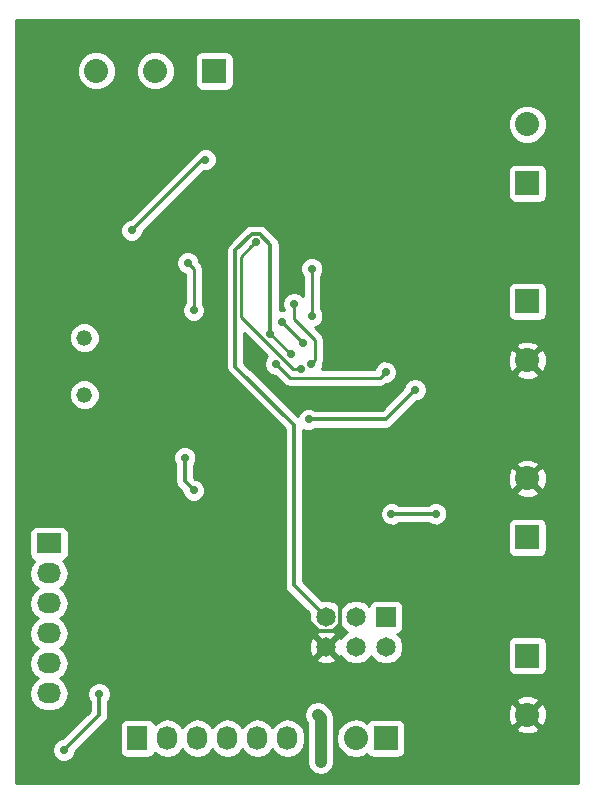
<source format=gbl>
G04 #@! TF.FileFunction,Copper,L2,Bot,Signal*
%FSLAX46Y46*%
G04 Gerber Fmt 4.6, Leading zero omitted, Abs format (unit mm)*
G04 Created by KiCad (PCBNEW 4.0.2+dfsg1-stable) date ti. 12. des. 2017 kl. 16.44 +0100*
%MOMM*%
G01*
G04 APERTURE LIST*
%ADD10C,0.100000*%
%ADD11R,1.651000X1.651000*%
%ADD12C,1.651000*%
%ADD13R,2.032000X2.032000*%
%ADD14C,2.032000*%
%ADD15R,2.032000X1.727200*%
%ADD16O,2.032000X1.727200*%
%ADD17O,2.032000X2.032000*%
%ADD18R,1.727200X2.032000*%
%ADD19O,1.727200X2.032000*%
%ADD20C,1.320800*%
%ADD21C,0.700000*%
%ADD22C,0.300000*%
%ADD23C,0.250000*%
%ADD24C,1.000000*%
%ADD25C,0.254000*%
G04 APERTURE END LIST*
D10*
D11*
X168040000Y-119230000D03*
D12*
X165500000Y-119230000D03*
X162960000Y-119230000D03*
X162960000Y-121770000D03*
X165500000Y-121770000D03*
X168040000Y-121770000D03*
D13*
X180000000Y-82499360D03*
D14*
X180000000Y-77500640D03*
D13*
X180000000Y-112499360D03*
D14*
X180000000Y-107500640D03*
D13*
X180000000Y-92500640D03*
D14*
X180000000Y-97499360D03*
D13*
X180000000Y-122500640D03*
D14*
X180000000Y-127499360D03*
D13*
X153498720Y-73000000D03*
D14*
X148500000Y-73000000D03*
X143501280Y-73000000D03*
D15*
X139500000Y-113000000D03*
D16*
X139500000Y-115540000D03*
X139500000Y-118080000D03*
X139500000Y-120620000D03*
X139500000Y-123160000D03*
X139500000Y-125700000D03*
D13*
X168000000Y-129500000D03*
D17*
X165460000Y-129500000D03*
D18*
X147000000Y-129500000D03*
D19*
X149540000Y-129500000D03*
X152080000Y-129500000D03*
X154620000Y-129500000D03*
X157160000Y-129500000D03*
X159700000Y-129500000D03*
D20*
X142500000Y-95587000D03*
X142500000Y-100413000D03*
D21*
X150909265Y-84655615D03*
X154250000Y-98500000D03*
X166000000Y-105000000D03*
X149250000Y-86750000D03*
X150000000Y-95750000D03*
X153500000Y-105000000D03*
X153500000Y-103250000D03*
X160500000Y-81000000D03*
X149250000Y-109250000D03*
X160000000Y-97000000D03*
X158250000Y-95250000D03*
X172250000Y-110500000D03*
X168500000Y-110500000D03*
X152750000Y-80500000D03*
X146500000Y-86500000D03*
X140750000Y-130500000D03*
X143750000Y-125750000D03*
X151750000Y-108500000D03*
X151000000Y-105750000D03*
X162500000Y-131500000D03*
X162250000Y-127500000D03*
X161000000Y-96000000D03*
X159250000Y-94250000D03*
X161698880Y-97801120D03*
X160250000Y-92716878D03*
X160826230Y-98250000D03*
X157000000Y-87500000D03*
X161500000Y-102500000D03*
X170500000Y-100000000D03*
X158713500Y-97811820D03*
X168000000Y-98500000D03*
X151250000Y-89250000D03*
X151750000Y-93250000D03*
X161750000Y-93750000D03*
X161750000Y-89750000D03*
D22*
X150909265Y-85090735D02*
X150909265Y-84655615D01*
X149250000Y-86750000D02*
X150909265Y-85090735D01*
X149650001Y-96099999D02*
X149650001Y-98500000D01*
X149650001Y-98500000D02*
X149650001Y-100400001D01*
X154250000Y-98500000D02*
X149650001Y-98500000D01*
X166000000Y-105000000D02*
X164135501Y-106864499D01*
X164135501Y-106864499D02*
X164135501Y-119794241D01*
X164135501Y-119794241D02*
X163524241Y-120405501D01*
X163524241Y-120405501D02*
X162395759Y-120405501D01*
X162395759Y-120405501D02*
X153500000Y-111509742D01*
X153500000Y-111509742D02*
X153500000Y-105494974D01*
X153500000Y-105494974D02*
X153500000Y-105000000D01*
X150000000Y-95750000D02*
X149650001Y-96099999D01*
X149650001Y-100400001D02*
X152500000Y-103250000D01*
X152500000Y-105000000D02*
X152500000Y-103250000D01*
X153500000Y-105000000D02*
X152500000Y-105000000D01*
X153500000Y-103250000D02*
X152500000Y-103250000D01*
X160500000Y-81000000D02*
X160150001Y-81349999D01*
D23*
X149250000Y-109250000D02*
X149250000Y-109500000D01*
D22*
X160250000Y-103000000D02*
X155274990Y-98024990D01*
X155274990Y-98024990D02*
X155274990Y-88189008D01*
X155274990Y-88189008D02*
X156663999Y-86799999D01*
X156663999Y-86799999D02*
X157336001Y-86799999D01*
X157336001Y-86799999D02*
X158250000Y-87713998D01*
X158250000Y-87713998D02*
X158250000Y-94755026D01*
X158250000Y-94755026D02*
X158250000Y-95250000D01*
X160250000Y-116520000D02*
X160250000Y-103000000D01*
X162960000Y-119230000D02*
X160250000Y-116520000D01*
D23*
X158250000Y-95250000D02*
X160000000Y-97000000D01*
D22*
X168500000Y-110500000D02*
X172250000Y-110500000D01*
X146500000Y-86500000D02*
X152500000Y-80500000D01*
X152500000Y-80500000D02*
X152750000Y-80500000D01*
X143750000Y-125750000D02*
X143750000Y-127500000D01*
X143750000Y-127500000D02*
X140750000Y-130500000D01*
X151000000Y-105750000D02*
X151000000Y-107750000D01*
X151000000Y-107750000D02*
X151750000Y-108500000D01*
D24*
X162500000Y-131500000D02*
X162500000Y-127750000D01*
X162500000Y-127750000D02*
X162250000Y-127500000D01*
D23*
X159250000Y-94250000D02*
X161000000Y-96000000D01*
X161698880Y-97801120D02*
X161750000Y-97750000D01*
X161750000Y-97750000D02*
X162000000Y-97500000D01*
X162000000Y-95750000D02*
X162000000Y-97500000D01*
X160250000Y-94000000D02*
X162000000Y-95750000D01*
X160250000Y-94000000D02*
X160250000Y-92716878D01*
X155750000Y-88750000D02*
X155750000Y-93823002D01*
X155750000Y-93823002D02*
X160176998Y-98250000D01*
X160176998Y-98250000D02*
X160826230Y-98250000D01*
X156650001Y-87849999D02*
X155750000Y-88750000D01*
X157000000Y-87500000D02*
X156650001Y-87849999D01*
D22*
X170500000Y-100000000D02*
X168000000Y-102500000D01*
X168000000Y-102500000D02*
X161500000Y-102500000D01*
D23*
X168000000Y-98500000D02*
X167524999Y-98975001D01*
X167524999Y-98975001D02*
X159876681Y-98975001D01*
X159876681Y-98975001D02*
X158713500Y-97811820D01*
X151750000Y-93250000D02*
X151750000Y-89750000D01*
X151750000Y-89750000D02*
X151250000Y-89250000D01*
X161750000Y-89750000D02*
X161750000Y-93750000D01*
D25*
G36*
X184315000Y-133315000D02*
X136685000Y-133315000D01*
X136685000Y-130695069D01*
X139764830Y-130695069D01*
X139914471Y-131057229D01*
X140191314Y-131334555D01*
X140553212Y-131484828D01*
X140945069Y-131485170D01*
X141307229Y-131335529D01*
X141584555Y-131058686D01*
X141734828Y-130696788D01*
X141734890Y-130625268D01*
X143876158Y-128484000D01*
X145488960Y-128484000D01*
X145488960Y-130516000D01*
X145533238Y-130751317D01*
X145672310Y-130967441D01*
X145884510Y-131112431D01*
X146136400Y-131163440D01*
X147863600Y-131163440D01*
X148098917Y-131119162D01*
X148315041Y-130980090D01*
X148460031Y-130767890D01*
X148468400Y-130726561D01*
X148480330Y-130744415D01*
X148966511Y-131069271D01*
X149540000Y-131183345D01*
X150113489Y-131069271D01*
X150599670Y-130744415D01*
X150810000Y-130429634D01*
X151020330Y-130744415D01*
X151506511Y-131069271D01*
X152080000Y-131183345D01*
X152653489Y-131069271D01*
X153139670Y-130744415D01*
X153350000Y-130429634D01*
X153560330Y-130744415D01*
X154046511Y-131069271D01*
X154620000Y-131183345D01*
X155193489Y-131069271D01*
X155679670Y-130744415D01*
X155890000Y-130429634D01*
X156100330Y-130744415D01*
X156586511Y-131069271D01*
X157160000Y-131183345D01*
X157733489Y-131069271D01*
X158219670Y-130744415D01*
X158430000Y-130429634D01*
X158640330Y-130744415D01*
X159126511Y-131069271D01*
X159700000Y-131183345D01*
X160273489Y-131069271D01*
X160759670Y-130744415D01*
X161084526Y-130258234D01*
X161198600Y-129684745D01*
X161198600Y-129315255D01*
X161084526Y-128741766D01*
X160759670Y-128255585D01*
X160273489Y-127930729D01*
X159700000Y-127816655D01*
X159126511Y-127930729D01*
X158640330Y-128255585D01*
X158430000Y-128570366D01*
X158219670Y-128255585D01*
X157733489Y-127930729D01*
X157160000Y-127816655D01*
X156586511Y-127930729D01*
X156100330Y-128255585D01*
X155890000Y-128570366D01*
X155679670Y-128255585D01*
X155193489Y-127930729D01*
X154620000Y-127816655D01*
X154046511Y-127930729D01*
X153560330Y-128255585D01*
X153350000Y-128570366D01*
X153139670Y-128255585D01*
X152653489Y-127930729D01*
X152080000Y-127816655D01*
X151506511Y-127930729D01*
X151020330Y-128255585D01*
X150810000Y-128570366D01*
X150599670Y-128255585D01*
X150113489Y-127930729D01*
X149540000Y-127816655D01*
X148966511Y-127930729D01*
X148480330Y-128255585D01*
X148470757Y-128269913D01*
X148466762Y-128248683D01*
X148327690Y-128032559D01*
X148115490Y-127887569D01*
X147863600Y-127836560D01*
X146136400Y-127836560D01*
X145901083Y-127880838D01*
X145684959Y-128019910D01*
X145539969Y-128232110D01*
X145488960Y-128484000D01*
X143876158Y-128484000D01*
X144305079Y-128055079D01*
X144475245Y-127800406D01*
X144535000Y-127500000D01*
X161115000Y-127500000D01*
X161201397Y-127934345D01*
X161365000Y-128179195D01*
X161365000Y-131500000D01*
X161451397Y-131934346D01*
X161697434Y-132302566D01*
X162065654Y-132548603D01*
X162500000Y-132635000D01*
X162934346Y-132548603D01*
X163302566Y-132302566D01*
X163548603Y-131934346D01*
X163635000Y-131500000D01*
X163635000Y-129467655D01*
X163809000Y-129467655D01*
X163809000Y-129532345D01*
X163934675Y-130164155D01*
X164292567Y-130699778D01*
X164828190Y-131057670D01*
X165460000Y-131183345D01*
X166091810Y-131057670D01*
X166431792Y-130830501D01*
X166519910Y-130967441D01*
X166732110Y-131112431D01*
X166984000Y-131163440D01*
X169016000Y-131163440D01*
X169251317Y-131119162D01*
X169467441Y-130980090D01*
X169612431Y-130767890D01*
X169663440Y-130516000D01*
X169663440Y-128663467D01*
X179015498Y-128663467D01*
X179116120Y-128931982D01*
X179731642Y-129161176D01*
X180388019Y-129137374D01*
X180883880Y-128931982D01*
X180984502Y-128663467D01*
X180000000Y-127678965D01*
X179015498Y-128663467D01*
X169663440Y-128663467D01*
X169663440Y-128484000D01*
X169619162Y-128248683D01*
X169480090Y-128032559D01*
X169267890Y-127887569D01*
X169016000Y-127836560D01*
X166984000Y-127836560D01*
X166748683Y-127880838D01*
X166532559Y-128019910D01*
X166430802Y-128168837D01*
X166091810Y-127942330D01*
X165460000Y-127816655D01*
X164828190Y-127942330D01*
X164292567Y-128300222D01*
X163934675Y-128835845D01*
X163809000Y-129467655D01*
X163635000Y-129467655D01*
X163635000Y-127750000D01*
X163548603Y-127315654D01*
X163492041Y-127231002D01*
X178338184Y-127231002D01*
X178361986Y-127887379D01*
X178567378Y-128383240D01*
X178835893Y-128483862D01*
X179820395Y-127499360D01*
X180179605Y-127499360D01*
X181164107Y-128483862D01*
X181432622Y-128383240D01*
X181661816Y-127767718D01*
X181638014Y-127111341D01*
X181432622Y-126615480D01*
X181164107Y-126514858D01*
X180179605Y-127499360D01*
X179820395Y-127499360D01*
X178835893Y-126514858D01*
X178567378Y-126615480D01*
X178338184Y-127231002D01*
X163492041Y-127231002D01*
X163302566Y-126947434D01*
X163052566Y-126697434D01*
X162684345Y-126451397D01*
X162250000Y-126365000D01*
X161815655Y-126451397D01*
X161447434Y-126697434D01*
X161201397Y-127065655D01*
X161115000Y-127500000D01*
X144535000Y-127500000D01*
X144535000Y-126358155D01*
X144557941Y-126335253D01*
X179015498Y-126335253D01*
X180000000Y-127319755D01*
X180984502Y-126335253D01*
X180883880Y-126066738D01*
X180268358Y-125837544D01*
X179611981Y-125861346D01*
X179116120Y-126066738D01*
X179015498Y-126335253D01*
X144557941Y-126335253D01*
X144584555Y-126308686D01*
X144734828Y-125946788D01*
X144735170Y-125554931D01*
X144585529Y-125192771D01*
X144308686Y-124915445D01*
X143946788Y-124765172D01*
X143554931Y-124764830D01*
X143192771Y-124914471D01*
X142915445Y-125191314D01*
X142765172Y-125553212D01*
X142764830Y-125945069D01*
X142914471Y-126307229D01*
X142965000Y-126357846D01*
X142965000Y-127174842D01*
X140624951Y-129514891D01*
X140554931Y-129514830D01*
X140192771Y-129664471D01*
X139915445Y-129941314D01*
X139765172Y-130303212D01*
X139764830Y-130695069D01*
X136685000Y-130695069D01*
X136685000Y-115540000D01*
X137816655Y-115540000D01*
X137930729Y-116113489D01*
X138255585Y-116599670D01*
X138570366Y-116810000D01*
X138255585Y-117020330D01*
X137930729Y-117506511D01*
X137816655Y-118080000D01*
X137930729Y-118653489D01*
X138255585Y-119139670D01*
X138570366Y-119350000D01*
X138255585Y-119560330D01*
X137930729Y-120046511D01*
X137816655Y-120620000D01*
X137930729Y-121193489D01*
X138255585Y-121679670D01*
X138570366Y-121890000D01*
X138255585Y-122100330D01*
X137930729Y-122586511D01*
X137816655Y-123160000D01*
X137930729Y-123733489D01*
X138255585Y-124219670D01*
X138570366Y-124430000D01*
X138255585Y-124640330D01*
X137930729Y-125126511D01*
X137816655Y-125700000D01*
X137930729Y-126273489D01*
X138255585Y-126759670D01*
X138741766Y-127084526D01*
X139315255Y-127198600D01*
X139684745Y-127198600D01*
X140258234Y-127084526D01*
X140744415Y-126759670D01*
X141069271Y-126273489D01*
X141183345Y-125700000D01*
X141069271Y-125126511D01*
X140744415Y-124640330D01*
X140429634Y-124430000D01*
X140744415Y-124219670D01*
X141069271Y-123733489D01*
X141183345Y-123160000D01*
X141110984Y-122796215D01*
X162113390Y-122796215D01*
X162190656Y-123044976D01*
X162737131Y-123242340D01*
X163317535Y-123215553D01*
X163729344Y-123044976D01*
X163806610Y-122796215D01*
X162960000Y-121949605D01*
X162113390Y-122796215D01*
X141110984Y-122796215D01*
X141069271Y-122586511D01*
X140744415Y-122100330D01*
X140429634Y-121890000D01*
X140744415Y-121679670D01*
X140832974Y-121547131D01*
X161487660Y-121547131D01*
X161514447Y-122127535D01*
X161685024Y-122539344D01*
X161933785Y-122616610D01*
X162780395Y-121770000D01*
X161933785Y-120923390D01*
X161685024Y-121000656D01*
X161487660Y-121547131D01*
X140832974Y-121547131D01*
X141069271Y-121193489D01*
X141183345Y-120620000D01*
X141069271Y-120046511D01*
X140744415Y-119560330D01*
X140429634Y-119350000D01*
X140744415Y-119139670D01*
X141069271Y-118653489D01*
X141183345Y-118080000D01*
X141069271Y-117506511D01*
X140744415Y-117020330D01*
X140429634Y-116810000D01*
X140744415Y-116599670D01*
X141069271Y-116113489D01*
X141183345Y-115540000D01*
X141069271Y-114966511D01*
X140744415Y-114480330D01*
X140730087Y-114470757D01*
X140751317Y-114466762D01*
X140967441Y-114327690D01*
X141112431Y-114115490D01*
X141163440Y-113863600D01*
X141163440Y-112136400D01*
X141119162Y-111901083D01*
X140980090Y-111684959D01*
X140767890Y-111539969D01*
X140516000Y-111488960D01*
X138484000Y-111488960D01*
X138248683Y-111533238D01*
X138032559Y-111672310D01*
X137887569Y-111884510D01*
X137836560Y-112136400D01*
X137836560Y-113863600D01*
X137880838Y-114098917D01*
X138019910Y-114315041D01*
X138232110Y-114460031D01*
X138273439Y-114468400D01*
X138255585Y-114480330D01*
X137930729Y-114966511D01*
X137816655Y-115540000D01*
X136685000Y-115540000D01*
X136685000Y-105945069D01*
X150014830Y-105945069D01*
X150164471Y-106307229D01*
X150215000Y-106357846D01*
X150215000Y-107750000D01*
X150274755Y-108050407D01*
X150444921Y-108305079D01*
X150764891Y-108625049D01*
X150764830Y-108695069D01*
X150914471Y-109057229D01*
X151191314Y-109334555D01*
X151553212Y-109484828D01*
X151945069Y-109485170D01*
X152307229Y-109335529D01*
X152584555Y-109058686D01*
X152734828Y-108696788D01*
X152735170Y-108304931D01*
X152585529Y-107942771D01*
X152308686Y-107665445D01*
X151946788Y-107515172D01*
X151875268Y-107515110D01*
X151785000Y-107424842D01*
X151785000Y-106358155D01*
X151834555Y-106308686D01*
X151984828Y-105946788D01*
X151985170Y-105554931D01*
X151835529Y-105192771D01*
X151558686Y-104915445D01*
X151196788Y-104765172D01*
X150804931Y-104764830D01*
X150442771Y-104914471D01*
X150165445Y-105191314D01*
X150015172Y-105553212D01*
X150014830Y-105945069D01*
X136685000Y-105945069D01*
X136685000Y-100669540D01*
X141204376Y-100669540D01*
X141401173Y-101145826D01*
X141765257Y-101510546D01*
X142241199Y-101708174D01*
X142756540Y-101708624D01*
X143232826Y-101511827D01*
X143597546Y-101147743D01*
X143795174Y-100671801D01*
X143795624Y-100156460D01*
X143598827Y-99680174D01*
X143234743Y-99315454D01*
X142758801Y-99117826D01*
X142243460Y-99117376D01*
X141767174Y-99314173D01*
X141402454Y-99678257D01*
X141204826Y-100154199D01*
X141204376Y-100669540D01*
X136685000Y-100669540D01*
X136685000Y-95843540D01*
X141204376Y-95843540D01*
X141401173Y-96319826D01*
X141765257Y-96684546D01*
X142241199Y-96882174D01*
X142756540Y-96882624D01*
X143232826Y-96685827D01*
X143597546Y-96321743D01*
X143795174Y-95845801D01*
X143795624Y-95330460D01*
X143598827Y-94854174D01*
X143234743Y-94489454D01*
X142758801Y-94291826D01*
X142243460Y-94291376D01*
X141767174Y-94488173D01*
X141402454Y-94852257D01*
X141204826Y-95328199D01*
X141204376Y-95843540D01*
X136685000Y-95843540D01*
X136685000Y-89445069D01*
X150264830Y-89445069D01*
X150414471Y-89807229D01*
X150691314Y-90084555D01*
X150990000Y-90208580D01*
X150990000Y-92616889D01*
X150915445Y-92691314D01*
X150765172Y-93053212D01*
X150764830Y-93445069D01*
X150914471Y-93807229D01*
X151191314Y-94084555D01*
X151553212Y-94234828D01*
X151945069Y-94235170D01*
X152307229Y-94085529D01*
X152584555Y-93808686D01*
X152734828Y-93446788D01*
X152735170Y-93054931D01*
X152585529Y-92692771D01*
X152510000Y-92617110D01*
X152510000Y-89750000D01*
X152452148Y-89459161D01*
X152287401Y-89212599D01*
X152235078Y-89160276D01*
X152235170Y-89054931D01*
X152085529Y-88692771D01*
X151808686Y-88415445D01*
X151446788Y-88265172D01*
X151054931Y-88264830D01*
X150692771Y-88414471D01*
X150415445Y-88691314D01*
X150265172Y-89053212D01*
X150264830Y-89445069D01*
X136685000Y-89445069D01*
X136685000Y-88189008D01*
X154489990Y-88189008D01*
X154489990Y-98024990D01*
X154549745Y-98325397D01*
X154719911Y-98580069D01*
X159465000Y-103325158D01*
X159465000Y-116520000D01*
X159524755Y-116820407D01*
X159694921Y-117075079D01*
X161516860Y-118897018D01*
X161499754Y-118938214D01*
X161499247Y-119519237D01*
X161721126Y-120056226D01*
X162131613Y-120467430D01*
X162194366Y-120493487D01*
X162190656Y-120495024D01*
X162113390Y-120743785D01*
X162960000Y-121590395D01*
X163806610Y-120743785D01*
X163729344Y-120495024D01*
X163725926Y-120493789D01*
X163786226Y-120468874D01*
X164197430Y-120058387D01*
X164229804Y-119980421D01*
X164261126Y-120056226D01*
X164671613Y-120467430D01*
X164749579Y-120499804D01*
X164673774Y-120531126D01*
X164262570Y-120941613D01*
X164236513Y-121004366D01*
X164234976Y-121000656D01*
X163986215Y-120923390D01*
X163139605Y-121770000D01*
X163986215Y-122616610D01*
X164234976Y-122539344D01*
X164236211Y-122535926D01*
X164261126Y-122596226D01*
X164671613Y-123007430D01*
X165208214Y-123230246D01*
X165789237Y-123230753D01*
X166326226Y-123008874D01*
X166737430Y-122598387D01*
X166769804Y-122520421D01*
X166801126Y-122596226D01*
X167211613Y-123007430D01*
X167748214Y-123230246D01*
X168329237Y-123230753D01*
X168866226Y-123008874D01*
X169277430Y-122598387D01*
X169500246Y-122061786D01*
X169500749Y-121484640D01*
X178336560Y-121484640D01*
X178336560Y-123516640D01*
X178380838Y-123751957D01*
X178519910Y-123968081D01*
X178732110Y-124113071D01*
X178984000Y-124164080D01*
X181016000Y-124164080D01*
X181251317Y-124119802D01*
X181467441Y-123980730D01*
X181612431Y-123768530D01*
X181663440Y-123516640D01*
X181663440Y-121484640D01*
X181619162Y-121249323D01*
X181480090Y-121033199D01*
X181267890Y-120888209D01*
X181016000Y-120837200D01*
X178984000Y-120837200D01*
X178748683Y-120881478D01*
X178532559Y-121020550D01*
X178387569Y-121232750D01*
X178336560Y-121484640D01*
X169500749Y-121484640D01*
X169500753Y-121480763D01*
X169278874Y-120943774D01*
X169011109Y-120675542D01*
X169100817Y-120658662D01*
X169316941Y-120519590D01*
X169461931Y-120307390D01*
X169512940Y-120055500D01*
X169512940Y-118404500D01*
X169468662Y-118169183D01*
X169329590Y-117953059D01*
X169117390Y-117808069D01*
X168865500Y-117757060D01*
X167214500Y-117757060D01*
X166979183Y-117801338D01*
X166763059Y-117940410D01*
X166618069Y-118152610D01*
X166596158Y-118260809D01*
X166328387Y-117992570D01*
X165791786Y-117769754D01*
X165210763Y-117769247D01*
X164673774Y-117991126D01*
X164262570Y-118401613D01*
X164230196Y-118479579D01*
X164198874Y-118403774D01*
X163788387Y-117992570D01*
X163251786Y-117769754D01*
X162670763Y-117769247D01*
X162627345Y-117787187D01*
X161035000Y-116194842D01*
X161035000Y-110695069D01*
X167514830Y-110695069D01*
X167664471Y-111057229D01*
X167941314Y-111334555D01*
X168303212Y-111484828D01*
X168695069Y-111485170D01*
X169057229Y-111335529D01*
X169107846Y-111285000D01*
X171641845Y-111285000D01*
X171691314Y-111334555D01*
X172053212Y-111484828D01*
X172445069Y-111485170D01*
X172449449Y-111483360D01*
X178336560Y-111483360D01*
X178336560Y-113515360D01*
X178380838Y-113750677D01*
X178519910Y-113966801D01*
X178732110Y-114111791D01*
X178984000Y-114162800D01*
X181016000Y-114162800D01*
X181251317Y-114118522D01*
X181467441Y-113979450D01*
X181612431Y-113767250D01*
X181663440Y-113515360D01*
X181663440Y-111483360D01*
X181619162Y-111248043D01*
X181480090Y-111031919D01*
X181267890Y-110886929D01*
X181016000Y-110835920D01*
X178984000Y-110835920D01*
X178748683Y-110880198D01*
X178532559Y-111019270D01*
X178387569Y-111231470D01*
X178336560Y-111483360D01*
X172449449Y-111483360D01*
X172807229Y-111335529D01*
X173084555Y-111058686D01*
X173234828Y-110696788D01*
X173235170Y-110304931D01*
X173085529Y-109942771D01*
X172808686Y-109665445D01*
X172446788Y-109515172D01*
X172054931Y-109514830D01*
X171692771Y-109664471D01*
X171642154Y-109715000D01*
X169108155Y-109715000D01*
X169058686Y-109665445D01*
X168696788Y-109515172D01*
X168304931Y-109514830D01*
X167942771Y-109664471D01*
X167665445Y-109941314D01*
X167515172Y-110303212D01*
X167514830Y-110695069D01*
X161035000Y-110695069D01*
X161035000Y-108664747D01*
X179015498Y-108664747D01*
X179116120Y-108933262D01*
X179731642Y-109162456D01*
X180388019Y-109138654D01*
X180883880Y-108933262D01*
X180984502Y-108664747D01*
X180000000Y-107680245D01*
X179015498Y-108664747D01*
X161035000Y-108664747D01*
X161035000Y-107232282D01*
X178338184Y-107232282D01*
X178361986Y-107888659D01*
X178567378Y-108384520D01*
X178835893Y-108485142D01*
X179820395Y-107500640D01*
X180179605Y-107500640D01*
X181164107Y-108485142D01*
X181432622Y-108384520D01*
X181661816Y-107768998D01*
X181638014Y-107112621D01*
X181432622Y-106616760D01*
X181164107Y-106516138D01*
X180179605Y-107500640D01*
X179820395Y-107500640D01*
X178835893Y-106516138D01*
X178567378Y-106616760D01*
X178338184Y-107232282D01*
X161035000Y-107232282D01*
X161035000Y-106336533D01*
X179015498Y-106336533D01*
X180000000Y-107321035D01*
X180984502Y-106336533D01*
X180883880Y-106068018D01*
X180268358Y-105838824D01*
X179611981Y-105862626D01*
X179116120Y-106068018D01*
X179015498Y-106336533D01*
X161035000Y-106336533D01*
X161035000Y-103373457D01*
X161303212Y-103484828D01*
X161695069Y-103485170D01*
X162057229Y-103335529D01*
X162107846Y-103285000D01*
X168000000Y-103285000D01*
X168300407Y-103225245D01*
X168555079Y-103055079D01*
X170625049Y-100985109D01*
X170695069Y-100985170D01*
X171057229Y-100835529D01*
X171334555Y-100558686D01*
X171484828Y-100196788D01*
X171485170Y-99804931D01*
X171335529Y-99442771D01*
X171058686Y-99165445D01*
X170696788Y-99015172D01*
X170304931Y-99014830D01*
X169942771Y-99164471D01*
X169665445Y-99441314D01*
X169515172Y-99803212D01*
X169515110Y-99874732D01*
X167674842Y-101715000D01*
X162108155Y-101715000D01*
X162058686Y-101665445D01*
X161696788Y-101515172D01*
X161304931Y-101514830D01*
X160942771Y-101664471D01*
X160665445Y-101941314D01*
X160558654Y-102198496D01*
X156059990Y-97699832D01*
X156059990Y-95207794D01*
X157992236Y-97140040D01*
X157878945Y-97253134D01*
X157728672Y-97615032D01*
X157728330Y-98006889D01*
X157877971Y-98369049D01*
X158154814Y-98646375D01*
X158516712Y-98796648D01*
X158623619Y-98796741D01*
X159339280Y-99512402D01*
X159585841Y-99677149D01*
X159876681Y-99735001D01*
X167524999Y-99735001D01*
X167815838Y-99677149D01*
X168062400Y-99512402D01*
X168089724Y-99485078D01*
X168195069Y-99485170D01*
X168557229Y-99335529D01*
X168834555Y-99058686D01*
X168984828Y-98696788D01*
X168984857Y-98663467D01*
X179015498Y-98663467D01*
X179116120Y-98931982D01*
X179731642Y-99161176D01*
X180388019Y-99137374D01*
X180883880Y-98931982D01*
X180984502Y-98663467D01*
X180000000Y-97678965D01*
X179015498Y-98663467D01*
X168984857Y-98663467D01*
X168985170Y-98304931D01*
X168835529Y-97942771D01*
X168558686Y-97665445D01*
X168196788Y-97515172D01*
X167804931Y-97514830D01*
X167442771Y-97664471D01*
X167165445Y-97941314D01*
X167051800Y-98215001D01*
X162593563Y-98215001D01*
X162683708Y-97997908D01*
X162683865Y-97818203D01*
X162702148Y-97790840D01*
X162760000Y-97500000D01*
X162760000Y-97231002D01*
X178338184Y-97231002D01*
X178361986Y-97887379D01*
X178567378Y-98383240D01*
X178835893Y-98483862D01*
X179820395Y-97499360D01*
X180179605Y-97499360D01*
X181164107Y-98483862D01*
X181432622Y-98383240D01*
X181661816Y-97767718D01*
X181638014Y-97111341D01*
X181432622Y-96615480D01*
X181164107Y-96514858D01*
X180179605Y-97499360D01*
X179820395Y-97499360D01*
X178835893Y-96514858D01*
X178567378Y-96615480D01*
X178338184Y-97231002D01*
X162760000Y-97231002D01*
X162760000Y-96335253D01*
X179015498Y-96335253D01*
X180000000Y-97319755D01*
X180984502Y-96335253D01*
X180883880Y-96066738D01*
X180268358Y-95837544D01*
X179611981Y-95861346D01*
X179116120Y-96066738D01*
X179015498Y-96335253D01*
X162760000Y-96335253D01*
X162760000Y-95750000D01*
X162702148Y-95459161D01*
X162537401Y-95212599D01*
X162026377Y-94701575D01*
X162307229Y-94585529D01*
X162584555Y-94308686D01*
X162734828Y-93946788D01*
X162735170Y-93554931D01*
X162585529Y-93192771D01*
X162510000Y-93117110D01*
X162510000Y-91484640D01*
X178336560Y-91484640D01*
X178336560Y-93516640D01*
X178380838Y-93751957D01*
X178519910Y-93968081D01*
X178732110Y-94113071D01*
X178984000Y-94164080D01*
X181016000Y-94164080D01*
X181251317Y-94119802D01*
X181467441Y-93980730D01*
X181612431Y-93768530D01*
X181663440Y-93516640D01*
X181663440Y-91484640D01*
X181619162Y-91249323D01*
X181480090Y-91033199D01*
X181267890Y-90888209D01*
X181016000Y-90837200D01*
X178984000Y-90837200D01*
X178748683Y-90881478D01*
X178532559Y-91020550D01*
X178387569Y-91232750D01*
X178336560Y-91484640D01*
X162510000Y-91484640D01*
X162510000Y-90383111D01*
X162584555Y-90308686D01*
X162734828Y-89946788D01*
X162735170Y-89554931D01*
X162585529Y-89192771D01*
X162308686Y-88915445D01*
X161946788Y-88765172D01*
X161554931Y-88764830D01*
X161192771Y-88914471D01*
X160915445Y-89191314D01*
X160765172Y-89553212D01*
X160764830Y-89945069D01*
X160914471Y-90307229D01*
X160990000Y-90382890D01*
X160990000Y-92063953D01*
X160808686Y-91882323D01*
X160446788Y-91732050D01*
X160054931Y-91731708D01*
X159692771Y-91881349D01*
X159415445Y-92158192D01*
X159265172Y-92520090D01*
X159264830Y-92911947D01*
X159410766Y-93265141D01*
X159054931Y-93264830D01*
X159035000Y-93273065D01*
X159035000Y-87713998D01*
X158975245Y-87413592D01*
X158805079Y-87158919D01*
X157891080Y-86244920D01*
X157636408Y-86074754D01*
X157336001Y-86014999D01*
X156663999Y-86014999D01*
X156363592Y-86074754D01*
X156108920Y-86244920D01*
X154719911Y-87633929D01*
X154549745Y-87888601D01*
X154524721Y-88014405D01*
X154489990Y-88189008D01*
X136685000Y-88189008D01*
X136685000Y-86695069D01*
X145514830Y-86695069D01*
X145664471Y-87057229D01*
X145941314Y-87334555D01*
X146303212Y-87484828D01*
X146695069Y-87485170D01*
X147057229Y-87335529D01*
X147334555Y-87058686D01*
X147484828Y-86696788D01*
X147484890Y-86625268D01*
X152625267Y-81484891D01*
X152945069Y-81485170D01*
X152949449Y-81483360D01*
X178336560Y-81483360D01*
X178336560Y-83515360D01*
X178380838Y-83750677D01*
X178519910Y-83966801D01*
X178732110Y-84111791D01*
X178984000Y-84162800D01*
X181016000Y-84162800D01*
X181251317Y-84118522D01*
X181467441Y-83979450D01*
X181612431Y-83767250D01*
X181663440Y-83515360D01*
X181663440Y-81483360D01*
X181619162Y-81248043D01*
X181480090Y-81031919D01*
X181267890Y-80886929D01*
X181016000Y-80835920D01*
X178984000Y-80835920D01*
X178748683Y-80880198D01*
X178532559Y-81019270D01*
X178387569Y-81231470D01*
X178336560Y-81483360D01*
X152949449Y-81483360D01*
X153307229Y-81335529D01*
X153584555Y-81058686D01*
X153734828Y-80696788D01*
X153735170Y-80304931D01*
X153585529Y-79942771D01*
X153308686Y-79665445D01*
X152946788Y-79515172D01*
X152554931Y-79514830D01*
X152192771Y-79664471D01*
X151915445Y-79941314D01*
X151891953Y-79997889D01*
X146374951Y-85514891D01*
X146304931Y-85514830D01*
X145942771Y-85664471D01*
X145665445Y-85941314D01*
X145515172Y-86303212D01*
X145514830Y-86695069D01*
X136685000Y-86695069D01*
X136685000Y-77827603D01*
X178348714Y-77827603D01*
X178599534Y-78434635D01*
X179063563Y-78899474D01*
X179670155Y-79151353D01*
X180326963Y-79151926D01*
X180933995Y-78901106D01*
X181398834Y-78437077D01*
X181650713Y-77830485D01*
X181651286Y-77173677D01*
X181400466Y-76566645D01*
X180936437Y-76101806D01*
X180329845Y-75849927D01*
X179673037Y-75849354D01*
X179066005Y-76100174D01*
X178601166Y-76564203D01*
X178349287Y-77170795D01*
X178348714Y-77827603D01*
X136685000Y-77827603D01*
X136685000Y-73326963D01*
X141849994Y-73326963D01*
X142100814Y-73933995D01*
X142564843Y-74398834D01*
X143171435Y-74650713D01*
X143828243Y-74651286D01*
X144435275Y-74400466D01*
X144900114Y-73936437D01*
X145151993Y-73329845D01*
X145151995Y-73326963D01*
X146848714Y-73326963D01*
X147099534Y-73933995D01*
X147563563Y-74398834D01*
X148170155Y-74650713D01*
X148826963Y-74651286D01*
X149433995Y-74400466D01*
X149898834Y-73936437D01*
X150150713Y-73329845D01*
X150151286Y-72673037D01*
X149900466Y-72066005D01*
X149818604Y-71984000D01*
X151835280Y-71984000D01*
X151835280Y-74016000D01*
X151879558Y-74251317D01*
X152018630Y-74467441D01*
X152230830Y-74612431D01*
X152482720Y-74663440D01*
X154514720Y-74663440D01*
X154750037Y-74619162D01*
X154966161Y-74480090D01*
X155111151Y-74267890D01*
X155162160Y-74016000D01*
X155162160Y-71984000D01*
X155117882Y-71748683D01*
X154978810Y-71532559D01*
X154766610Y-71387569D01*
X154514720Y-71336560D01*
X152482720Y-71336560D01*
X152247403Y-71380838D01*
X152031279Y-71519910D01*
X151886289Y-71732110D01*
X151835280Y-71984000D01*
X149818604Y-71984000D01*
X149436437Y-71601166D01*
X148829845Y-71349287D01*
X148173037Y-71348714D01*
X147566005Y-71599534D01*
X147101166Y-72063563D01*
X146849287Y-72670155D01*
X146848714Y-73326963D01*
X145151995Y-73326963D01*
X145152566Y-72673037D01*
X144901746Y-72066005D01*
X144437717Y-71601166D01*
X143831125Y-71349287D01*
X143174317Y-71348714D01*
X142567285Y-71599534D01*
X142102446Y-72063563D01*
X141850567Y-72670155D01*
X141849994Y-73326963D01*
X136685000Y-73326963D01*
X136685000Y-68685000D01*
X184315000Y-68685000D01*
X184315000Y-133315000D01*
X184315000Y-133315000D01*
G37*
X184315000Y-133315000D02*
X136685000Y-133315000D01*
X136685000Y-130695069D01*
X139764830Y-130695069D01*
X139914471Y-131057229D01*
X140191314Y-131334555D01*
X140553212Y-131484828D01*
X140945069Y-131485170D01*
X141307229Y-131335529D01*
X141584555Y-131058686D01*
X141734828Y-130696788D01*
X141734890Y-130625268D01*
X143876158Y-128484000D01*
X145488960Y-128484000D01*
X145488960Y-130516000D01*
X145533238Y-130751317D01*
X145672310Y-130967441D01*
X145884510Y-131112431D01*
X146136400Y-131163440D01*
X147863600Y-131163440D01*
X148098917Y-131119162D01*
X148315041Y-130980090D01*
X148460031Y-130767890D01*
X148468400Y-130726561D01*
X148480330Y-130744415D01*
X148966511Y-131069271D01*
X149540000Y-131183345D01*
X150113489Y-131069271D01*
X150599670Y-130744415D01*
X150810000Y-130429634D01*
X151020330Y-130744415D01*
X151506511Y-131069271D01*
X152080000Y-131183345D01*
X152653489Y-131069271D01*
X153139670Y-130744415D01*
X153350000Y-130429634D01*
X153560330Y-130744415D01*
X154046511Y-131069271D01*
X154620000Y-131183345D01*
X155193489Y-131069271D01*
X155679670Y-130744415D01*
X155890000Y-130429634D01*
X156100330Y-130744415D01*
X156586511Y-131069271D01*
X157160000Y-131183345D01*
X157733489Y-131069271D01*
X158219670Y-130744415D01*
X158430000Y-130429634D01*
X158640330Y-130744415D01*
X159126511Y-131069271D01*
X159700000Y-131183345D01*
X160273489Y-131069271D01*
X160759670Y-130744415D01*
X161084526Y-130258234D01*
X161198600Y-129684745D01*
X161198600Y-129315255D01*
X161084526Y-128741766D01*
X160759670Y-128255585D01*
X160273489Y-127930729D01*
X159700000Y-127816655D01*
X159126511Y-127930729D01*
X158640330Y-128255585D01*
X158430000Y-128570366D01*
X158219670Y-128255585D01*
X157733489Y-127930729D01*
X157160000Y-127816655D01*
X156586511Y-127930729D01*
X156100330Y-128255585D01*
X155890000Y-128570366D01*
X155679670Y-128255585D01*
X155193489Y-127930729D01*
X154620000Y-127816655D01*
X154046511Y-127930729D01*
X153560330Y-128255585D01*
X153350000Y-128570366D01*
X153139670Y-128255585D01*
X152653489Y-127930729D01*
X152080000Y-127816655D01*
X151506511Y-127930729D01*
X151020330Y-128255585D01*
X150810000Y-128570366D01*
X150599670Y-128255585D01*
X150113489Y-127930729D01*
X149540000Y-127816655D01*
X148966511Y-127930729D01*
X148480330Y-128255585D01*
X148470757Y-128269913D01*
X148466762Y-128248683D01*
X148327690Y-128032559D01*
X148115490Y-127887569D01*
X147863600Y-127836560D01*
X146136400Y-127836560D01*
X145901083Y-127880838D01*
X145684959Y-128019910D01*
X145539969Y-128232110D01*
X145488960Y-128484000D01*
X143876158Y-128484000D01*
X144305079Y-128055079D01*
X144475245Y-127800406D01*
X144535000Y-127500000D01*
X161115000Y-127500000D01*
X161201397Y-127934345D01*
X161365000Y-128179195D01*
X161365000Y-131500000D01*
X161451397Y-131934346D01*
X161697434Y-132302566D01*
X162065654Y-132548603D01*
X162500000Y-132635000D01*
X162934346Y-132548603D01*
X163302566Y-132302566D01*
X163548603Y-131934346D01*
X163635000Y-131500000D01*
X163635000Y-129467655D01*
X163809000Y-129467655D01*
X163809000Y-129532345D01*
X163934675Y-130164155D01*
X164292567Y-130699778D01*
X164828190Y-131057670D01*
X165460000Y-131183345D01*
X166091810Y-131057670D01*
X166431792Y-130830501D01*
X166519910Y-130967441D01*
X166732110Y-131112431D01*
X166984000Y-131163440D01*
X169016000Y-131163440D01*
X169251317Y-131119162D01*
X169467441Y-130980090D01*
X169612431Y-130767890D01*
X169663440Y-130516000D01*
X169663440Y-128663467D01*
X179015498Y-128663467D01*
X179116120Y-128931982D01*
X179731642Y-129161176D01*
X180388019Y-129137374D01*
X180883880Y-128931982D01*
X180984502Y-128663467D01*
X180000000Y-127678965D01*
X179015498Y-128663467D01*
X169663440Y-128663467D01*
X169663440Y-128484000D01*
X169619162Y-128248683D01*
X169480090Y-128032559D01*
X169267890Y-127887569D01*
X169016000Y-127836560D01*
X166984000Y-127836560D01*
X166748683Y-127880838D01*
X166532559Y-128019910D01*
X166430802Y-128168837D01*
X166091810Y-127942330D01*
X165460000Y-127816655D01*
X164828190Y-127942330D01*
X164292567Y-128300222D01*
X163934675Y-128835845D01*
X163809000Y-129467655D01*
X163635000Y-129467655D01*
X163635000Y-127750000D01*
X163548603Y-127315654D01*
X163492041Y-127231002D01*
X178338184Y-127231002D01*
X178361986Y-127887379D01*
X178567378Y-128383240D01*
X178835893Y-128483862D01*
X179820395Y-127499360D01*
X180179605Y-127499360D01*
X181164107Y-128483862D01*
X181432622Y-128383240D01*
X181661816Y-127767718D01*
X181638014Y-127111341D01*
X181432622Y-126615480D01*
X181164107Y-126514858D01*
X180179605Y-127499360D01*
X179820395Y-127499360D01*
X178835893Y-126514858D01*
X178567378Y-126615480D01*
X178338184Y-127231002D01*
X163492041Y-127231002D01*
X163302566Y-126947434D01*
X163052566Y-126697434D01*
X162684345Y-126451397D01*
X162250000Y-126365000D01*
X161815655Y-126451397D01*
X161447434Y-126697434D01*
X161201397Y-127065655D01*
X161115000Y-127500000D01*
X144535000Y-127500000D01*
X144535000Y-126358155D01*
X144557941Y-126335253D01*
X179015498Y-126335253D01*
X180000000Y-127319755D01*
X180984502Y-126335253D01*
X180883880Y-126066738D01*
X180268358Y-125837544D01*
X179611981Y-125861346D01*
X179116120Y-126066738D01*
X179015498Y-126335253D01*
X144557941Y-126335253D01*
X144584555Y-126308686D01*
X144734828Y-125946788D01*
X144735170Y-125554931D01*
X144585529Y-125192771D01*
X144308686Y-124915445D01*
X143946788Y-124765172D01*
X143554931Y-124764830D01*
X143192771Y-124914471D01*
X142915445Y-125191314D01*
X142765172Y-125553212D01*
X142764830Y-125945069D01*
X142914471Y-126307229D01*
X142965000Y-126357846D01*
X142965000Y-127174842D01*
X140624951Y-129514891D01*
X140554931Y-129514830D01*
X140192771Y-129664471D01*
X139915445Y-129941314D01*
X139765172Y-130303212D01*
X139764830Y-130695069D01*
X136685000Y-130695069D01*
X136685000Y-115540000D01*
X137816655Y-115540000D01*
X137930729Y-116113489D01*
X138255585Y-116599670D01*
X138570366Y-116810000D01*
X138255585Y-117020330D01*
X137930729Y-117506511D01*
X137816655Y-118080000D01*
X137930729Y-118653489D01*
X138255585Y-119139670D01*
X138570366Y-119350000D01*
X138255585Y-119560330D01*
X137930729Y-120046511D01*
X137816655Y-120620000D01*
X137930729Y-121193489D01*
X138255585Y-121679670D01*
X138570366Y-121890000D01*
X138255585Y-122100330D01*
X137930729Y-122586511D01*
X137816655Y-123160000D01*
X137930729Y-123733489D01*
X138255585Y-124219670D01*
X138570366Y-124430000D01*
X138255585Y-124640330D01*
X137930729Y-125126511D01*
X137816655Y-125700000D01*
X137930729Y-126273489D01*
X138255585Y-126759670D01*
X138741766Y-127084526D01*
X139315255Y-127198600D01*
X139684745Y-127198600D01*
X140258234Y-127084526D01*
X140744415Y-126759670D01*
X141069271Y-126273489D01*
X141183345Y-125700000D01*
X141069271Y-125126511D01*
X140744415Y-124640330D01*
X140429634Y-124430000D01*
X140744415Y-124219670D01*
X141069271Y-123733489D01*
X141183345Y-123160000D01*
X141110984Y-122796215D01*
X162113390Y-122796215D01*
X162190656Y-123044976D01*
X162737131Y-123242340D01*
X163317535Y-123215553D01*
X163729344Y-123044976D01*
X163806610Y-122796215D01*
X162960000Y-121949605D01*
X162113390Y-122796215D01*
X141110984Y-122796215D01*
X141069271Y-122586511D01*
X140744415Y-122100330D01*
X140429634Y-121890000D01*
X140744415Y-121679670D01*
X140832974Y-121547131D01*
X161487660Y-121547131D01*
X161514447Y-122127535D01*
X161685024Y-122539344D01*
X161933785Y-122616610D01*
X162780395Y-121770000D01*
X161933785Y-120923390D01*
X161685024Y-121000656D01*
X161487660Y-121547131D01*
X140832974Y-121547131D01*
X141069271Y-121193489D01*
X141183345Y-120620000D01*
X141069271Y-120046511D01*
X140744415Y-119560330D01*
X140429634Y-119350000D01*
X140744415Y-119139670D01*
X141069271Y-118653489D01*
X141183345Y-118080000D01*
X141069271Y-117506511D01*
X140744415Y-117020330D01*
X140429634Y-116810000D01*
X140744415Y-116599670D01*
X141069271Y-116113489D01*
X141183345Y-115540000D01*
X141069271Y-114966511D01*
X140744415Y-114480330D01*
X140730087Y-114470757D01*
X140751317Y-114466762D01*
X140967441Y-114327690D01*
X141112431Y-114115490D01*
X141163440Y-113863600D01*
X141163440Y-112136400D01*
X141119162Y-111901083D01*
X140980090Y-111684959D01*
X140767890Y-111539969D01*
X140516000Y-111488960D01*
X138484000Y-111488960D01*
X138248683Y-111533238D01*
X138032559Y-111672310D01*
X137887569Y-111884510D01*
X137836560Y-112136400D01*
X137836560Y-113863600D01*
X137880838Y-114098917D01*
X138019910Y-114315041D01*
X138232110Y-114460031D01*
X138273439Y-114468400D01*
X138255585Y-114480330D01*
X137930729Y-114966511D01*
X137816655Y-115540000D01*
X136685000Y-115540000D01*
X136685000Y-105945069D01*
X150014830Y-105945069D01*
X150164471Y-106307229D01*
X150215000Y-106357846D01*
X150215000Y-107750000D01*
X150274755Y-108050407D01*
X150444921Y-108305079D01*
X150764891Y-108625049D01*
X150764830Y-108695069D01*
X150914471Y-109057229D01*
X151191314Y-109334555D01*
X151553212Y-109484828D01*
X151945069Y-109485170D01*
X152307229Y-109335529D01*
X152584555Y-109058686D01*
X152734828Y-108696788D01*
X152735170Y-108304931D01*
X152585529Y-107942771D01*
X152308686Y-107665445D01*
X151946788Y-107515172D01*
X151875268Y-107515110D01*
X151785000Y-107424842D01*
X151785000Y-106358155D01*
X151834555Y-106308686D01*
X151984828Y-105946788D01*
X151985170Y-105554931D01*
X151835529Y-105192771D01*
X151558686Y-104915445D01*
X151196788Y-104765172D01*
X150804931Y-104764830D01*
X150442771Y-104914471D01*
X150165445Y-105191314D01*
X150015172Y-105553212D01*
X150014830Y-105945069D01*
X136685000Y-105945069D01*
X136685000Y-100669540D01*
X141204376Y-100669540D01*
X141401173Y-101145826D01*
X141765257Y-101510546D01*
X142241199Y-101708174D01*
X142756540Y-101708624D01*
X143232826Y-101511827D01*
X143597546Y-101147743D01*
X143795174Y-100671801D01*
X143795624Y-100156460D01*
X143598827Y-99680174D01*
X143234743Y-99315454D01*
X142758801Y-99117826D01*
X142243460Y-99117376D01*
X141767174Y-99314173D01*
X141402454Y-99678257D01*
X141204826Y-100154199D01*
X141204376Y-100669540D01*
X136685000Y-100669540D01*
X136685000Y-95843540D01*
X141204376Y-95843540D01*
X141401173Y-96319826D01*
X141765257Y-96684546D01*
X142241199Y-96882174D01*
X142756540Y-96882624D01*
X143232826Y-96685827D01*
X143597546Y-96321743D01*
X143795174Y-95845801D01*
X143795624Y-95330460D01*
X143598827Y-94854174D01*
X143234743Y-94489454D01*
X142758801Y-94291826D01*
X142243460Y-94291376D01*
X141767174Y-94488173D01*
X141402454Y-94852257D01*
X141204826Y-95328199D01*
X141204376Y-95843540D01*
X136685000Y-95843540D01*
X136685000Y-89445069D01*
X150264830Y-89445069D01*
X150414471Y-89807229D01*
X150691314Y-90084555D01*
X150990000Y-90208580D01*
X150990000Y-92616889D01*
X150915445Y-92691314D01*
X150765172Y-93053212D01*
X150764830Y-93445069D01*
X150914471Y-93807229D01*
X151191314Y-94084555D01*
X151553212Y-94234828D01*
X151945069Y-94235170D01*
X152307229Y-94085529D01*
X152584555Y-93808686D01*
X152734828Y-93446788D01*
X152735170Y-93054931D01*
X152585529Y-92692771D01*
X152510000Y-92617110D01*
X152510000Y-89750000D01*
X152452148Y-89459161D01*
X152287401Y-89212599D01*
X152235078Y-89160276D01*
X152235170Y-89054931D01*
X152085529Y-88692771D01*
X151808686Y-88415445D01*
X151446788Y-88265172D01*
X151054931Y-88264830D01*
X150692771Y-88414471D01*
X150415445Y-88691314D01*
X150265172Y-89053212D01*
X150264830Y-89445069D01*
X136685000Y-89445069D01*
X136685000Y-88189008D01*
X154489990Y-88189008D01*
X154489990Y-98024990D01*
X154549745Y-98325397D01*
X154719911Y-98580069D01*
X159465000Y-103325158D01*
X159465000Y-116520000D01*
X159524755Y-116820407D01*
X159694921Y-117075079D01*
X161516860Y-118897018D01*
X161499754Y-118938214D01*
X161499247Y-119519237D01*
X161721126Y-120056226D01*
X162131613Y-120467430D01*
X162194366Y-120493487D01*
X162190656Y-120495024D01*
X162113390Y-120743785D01*
X162960000Y-121590395D01*
X163806610Y-120743785D01*
X163729344Y-120495024D01*
X163725926Y-120493789D01*
X163786226Y-120468874D01*
X164197430Y-120058387D01*
X164229804Y-119980421D01*
X164261126Y-120056226D01*
X164671613Y-120467430D01*
X164749579Y-120499804D01*
X164673774Y-120531126D01*
X164262570Y-120941613D01*
X164236513Y-121004366D01*
X164234976Y-121000656D01*
X163986215Y-120923390D01*
X163139605Y-121770000D01*
X163986215Y-122616610D01*
X164234976Y-122539344D01*
X164236211Y-122535926D01*
X164261126Y-122596226D01*
X164671613Y-123007430D01*
X165208214Y-123230246D01*
X165789237Y-123230753D01*
X166326226Y-123008874D01*
X166737430Y-122598387D01*
X166769804Y-122520421D01*
X166801126Y-122596226D01*
X167211613Y-123007430D01*
X167748214Y-123230246D01*
X168329237Y-123230753D01*
X168866226Y-123008874D01*
X169277430Y-122598387D01*
X169500246Y-122061786D01*
X169500749Y-121484640D01*
X178336560Y-121484640D01*
X178336560Y-123516640D01*
X178380838Y-123751957D01*
X178519910Y-123968081D01*
X178732110Y-124113071D01*
X178984000Y-124164080D01*
X181016000Y-124164080D01*
X181251317Y-124119802D01*
X181467441Y-123980730D01*
X181612431Y-123768530D01*
X181663440Y-123516640D01*
X181663440Y-121484640D01*
X181619162Y-121249323D01*
X181480090Y-121033199D01*
X181267890Y-120888209D01*
X181016000Y-120837200D01*
X178984000Y-120837200D01*
X178748683Y-120881478D01*
X178532559Y-121020550D01*
X178387569Y-121232750D01*
X178336560Y-121484640D01*
X169500749Y-121484640D01*
X169500753Y-121480763D01*
X169278874Y-120943774D01*
X169011109Y-120675542D01*
X169100817Y-120658662D01*
X169316941Y-120519590D01*
X169461931Y-120307390D01*
X169512940Y-120055500D01*
X169512940Y-118404500D01*
X169468662Y-118169183D01*
X169329590Y-117953059D01*
X169117390Y-117808069D01*
X168865500Y-117757060D01*
X167214500Y-117757060D01*
X166979183Y-117801338D01*
X166763059Y-117940410D01*
X166618069Y-118152610D01*
X166596158Y-118260809D01*
X166328387Y-117992570D01*
X165791786Y-117769754D01*
X165210763Y-117769247D01*
X164673774Y-117991126D01*
X164262570Y-118401613D01*
X164230196Y-118479579D01*
X164198874Y-118403774D01*
X163788387Y-117992570D01*
X163251786Y-117769754D01*
X162670763Y-117769247D01*
X162627345Y-117787187D01*
X161035000Y-116194842D01*
X161035000Y-110695069D01*
X167514830Y-110695069D01*
X167664471Y-111057229D01*
X167941314Y-111334555D01*
X168303212Y-111484828D01*
X168695069Y-111485170D01*
X169057229Y-111335529D01*
X169107846Y-111285000D01*
X171641845Y-111285000D01*
X171691314Y-111334555D01*
X172053212Y-111484828D01*
X172445069Y-111485170D01*
X172449449Y-111483360D01*
X178336560Y-111483360D01*
X178336560Y-113515360D01*
X178380838Y-113750677D01*
X178519910Y-113966801D01*
X178732110Y-114111791D01*
X178984000Y-114162800D01*
X181016000Y-114162800D01*
X181251317Y-114118522D01*
X181467441Y-113979450D01*
X181612431Y-113767250D01*
X181663440Y-113515360D01*
X181663440Y-111483360D01*
X181619162Y-111248043D01*
X181480090Y-111031919D01*
X181267890Y-110886929D01*
X181016000Y-110835920D01*
X178984000Y-110835920D01*
X178748683Y-110880198D01*
X178532559Y-111019270D01*
X178387569Y-111231470D01*
X178336560Y-111483360D01*
X172449449Y-111483360D01*
X172807229Y-111335529D01*
X173084555Y-111058686D01*
X173234828Y-110696788D01*
X173235170Y-110304931D01*
X173085529Y-109942771D01*
X172808686Y-109665445D01*
X172446788Y-109515172D01*
X172054931Y-109514830D01*
X171692771Y-109664471D01*
X171642154Y-109715000D01*
X169108155Y-109715000D01*
X169058686Y-109665445D01*
X168696788Y-109515172D01*
X168304931Y-109514830D01*
X167942771Y-109664471D01*
X167665445Y-109941314D01*
X167515172Y-110303212D01*
X167514830Y-110695069D01*
X161035000Y-110695069D01*
X161035000Y-108664747D01*
X179015498Y-108664747D01*
X179116120Y-108933262D01*
X179731642Y-109162456D01*
X180388019Y-109138654D01*
X180883880Y-108933262D01*
X180984502Y-108664747D01*
X180000000Y-107680245D01*
X179015498Y-108664747D01*
X161035000Y-108664747D01*
X161035000Y-107232282D01*
X178338184Y-107232282D01*
X178361986Y-107888659D01*
X178567378Y-108384520D01*
X178835893Y-108485142D01*
X179820395Y-107500640D01*
X180179605Y-107500640D01*
X181164107Y-108485142D01*
X181432622Y-108384520D01*
X181661816Y-107768998D01*
X181638014Y-107112621D01*
X181432622Y-106616760D01*
X181164107Y-106516138D01*
X180179605Y-107500640D01*
X179820395Y-107500640D01*
X178835893Y-106516138D01*
X178567378Y-106616760D01*
X178338184Y-107232282D01*
X161035000Y-107232282D01*
X161035000Y-106336533D01*
X179015498Y-106336533D01*
X180000000Y-107321035D01*
X180984502Y-106336533D01*
X180883880Y-106068018D01*
X180268358Y-105838824D01*
X179611981Y-105862626D01*
X179116120Y-106068018D01*
X179015498Y-106336533D01*
X161035000Y-106336533D01*
X161035000Y-103373457D01*
X161303212Y-103484828D01*
X161695069Y-103485170D01*
X162057229Y-103335529D01*
X162107846Y-103285000D01*
X168000000Y-103285000D01*
X168300407Y-103225245D01*
X168555079Y-103055079D01*
X170625049Y-100985109D01*
X170695069Y-100985170D01*
X171057229Y-100835529D01*
X171334555Y-100558686D01*
X171484828Y-100196788D01*
X171485170Y-99804931D01*
X171335529Y-99442771D01*
X171058686Y-99165445D01*
X170696788Y-99015172D01*
X170304931Y-99014830D01*
X169942771Y-99164471D01*
X169665445Y-99441314D01*
X169515172Y-99803212D01*
X169515110Y-99874732D01*
X167674842Y-101715000D01*
X162108155Y-101715000D01*
X162058686Y-101665445D01*
X161696788Y-101515172D01*
X161304931Y-101514830D01*
X160942771Y-101664471D01*
X160665445Y-101941314D01*
X160558654Y-102198496D01*
X156059990Y-97699832D01*
X156059990Y-95207794D01*
X157992236Y-97140040D01*
X157878945Y-97253134D01*
X157728672Y-97615032D01*
X157728330Y-98006889D01*
X157877971Y-98369049D01*
X158154814Y-98646375D01*
X158516712Y-98796648D01*
X158623619Y-98796741D01*
X159339280Y-99512402D01*
X159585841Y-99677149D01*
X159876681Y-99735001D01*
X167524999Y-99735001D01*
X167815838Y-99677149D01*
X168062400Y-99512402D01*
X168089724Y-99485078D01*
X168195069Y-99485170D01*
X168557229Y-99335529D01*
X168834555Y-99058686D01*
X168984828Y-98696788D01*
X168984857Y-98663467D01*
X179015498Y-98663467D01*
X179116120Y-98931982D01*
X179731642Y-99161176D01*
X180388019Y-99137374D01*
X180883880Y-98931982D01*
X180984502Y-98663467D01*
X180000000Y-97678965D01*
X179015498Y-98663467D01*
X168984857Y-98663467D01*
X168985170Y-98304931D01*
X168835529Y-97942771D01*
X168558686Y-97665445D01*
X168196788Y-97515172D01*
X167804931Y-97514830D01*
X167442771Y-97664471D01*
X167165445Y-97941314D01*
X167051800Y-98215001D01*
X162593563Y-98215001D01*
X162683708Y-97997908D01*
X162683865Y-97818203D01*
X162702148Y-97790840D01*
X162760000Y-97500000D01*
X162760000Y-97231002D01*
X178338184Y-97231002D01*
X178361986Y-97887379D01*
X178567378Y-98383240D01*
X178835893Y-98483862D01*
X179820395Y-97499360D01*
X180179605Y-97499360D01*
X181164107Y-98483862D01*
X181432622Y-98383240D01*
X181661816Y-97767718D01*
X181638014Y-97111341D01*
X181432622Y-96615480D01*
X181164107Y-96514858D01*
X180179605Y-97499360D01*
X179820395Y-97499360D01*
X178835893Y-96514858D01*
X178567378Y-96615480D01*
X178338184Y-97231002D01*
X162760000Y-97231002D01*
X162760000Y-96335253D01*
X179015498Y-96335253D01*
X180000000Y-97319755D01*
X180984502Y-96335253D01*
X180883880Y-96066738D01*
X180268358Y-95837544D01*
X179611981Y-95861346D01*
X179116120Y-96066738D01*
X179015498Y-96335253D01*
X162760000Y-96335253D01*
X162760000Y-95750000D01*
X162702148Y-95459161D01*
X162537401Y-95212599D01*
X162026377Y-94701575D01*
X162307229Y-94585529D01*
X162584555Y-94308686D01*
X162734828Y-93946788D01*
X162735170Y-93554931D01*
X162585529Y-93192771D01*
X162510000Y-93117110D01*
X162510000Y-91484640D01*
X178336560Y-91484640D01*
X178336560Y-93516640D01*
X178380838Y-93751957D01*
X178519910Y-93968081D01*
X178732110Y-94113071D01*
X178984000Y-94164080D01*
X181016000Y-94164080D01*
X181251317Y-94119802D01*
X181467441Y-93980730D01*
X181612431Y-93768530D01*
X181663440Y-93516640D01*
X181663440Y-91484640D01*
X181619162Y-91249323D01*
X181480090Y-91033199D01*
X181267890Y-90888209D01*
X181016000Y-90837200D01*
X178984000Y-90837200D01*
X178748683Y-90881478D01*
X178532559Y-91020550D01*
X178387569Y-91232750D01*
X178336560Y-91484640D01*
X162510000Y-91484640D01*
X162510000Y-90383111D01*
X162584555Y-90308686D01*
X162734828Y-89946788D01*
X162735170Y-89554931D01*
X162585529Y-89192771D01*
X162308686Y-88915445D01*
X161946788Y-88765172D01*
X161554931Y-88764830D01*
X161192771Y-88914471D01*
X160915445Y-89191314D01*
X160765172Y-89553212D01*
X160764830Y-89945069D01*
X160914471Y-90307229D01*
X160990000Y-90382890D01*
X160990000Y-92063953D01*
X160808686Y-91882323D01*
X160446788Y-91732050D01*
X160054931Y-91731708D01*
X159692771Y-91881349D01*
X159415445Y-92158192D01*
X159265172Y-92520090D01*
X159264830Y-92911947D01*
X159410766Y-93265141D01*
X159054931Y-93264830D01*
X159035000Y-93273065D01*
X159035000Y-87713998D01*
X158975245Y-87413592D01*
X158805079Y-87158919D01*
X157891080Y-86244920D01*
X157636408Y-86074754D01*
X157336001Y-86014999D01*
X156663999Y-86014999D01*
X156363592Y-86074754D01*
X156108920Y-86244920D01*
X154719911Y-87633929D01*
X154549745Y-87888601D01*
X154524721Y-88014405D01*
X154489990Y-88189008D01*
X136685000Y-88189008D01*
X136685000Y-86695069D01*
X145514830Y-86695069D01*
X145664471Y-87057229D01*
X145941314Y-87334555D01*
X146303212Y-87484828D01*
X146695069Y-87485170D01*
X147057229Y-87335529D01*
X147334555Y-87058686D01*
X147484828Y-86696788D01*
X147484890Y-86625268D01*
X152625267Y-81484891D01*
X152945069Y-81485170D01*
X152949449Y-81483360D01*
X178336560Y-81483360D01*
X178336560Y-83515360D01*
X178380838Y-83750677D01*
X178519910Y-83966801D01*
X178732110Y-84111791D01*
X178984000Y-84162800D01*
X181016000Y-84162800D01*
X181251317Y-84118522D01*
X181467441Y-83979450D01*
X181612431Y-83767250D01*
X181663440Y-83515360D01*
X181663440Y-81483360D01*
X181619162Y-81248043D01*
X181480090Y-81031919D01*
X181267890Y-80886929D01*
X181016000Y-80835920D01*
X178984000Y-80835920D01*
X178748683Y-80880198D01*
X178532559Y-81019270D01*
X178387569Y-81231470D01*
X178336560Y-81483360D01*
X152949449Y-81483360D01*
X153307229Y-81335529D01*
X153584555Y-81058686D01*
X153734828Y-80696788D01*
X153735170Y-80304931D01*
X153585529Y-79942771D01*
X153308686Y-79665445D01*
X152946788Y-79515172D01*
X152554931Y-79514830D01*
X152192771Y-79664471D01*
X151915445Y-79941314D01*
X151891953Y-79997889D01*
X146374951Y-85514891D01*
X146304931Y-85514830D01*
X145942771Y-85664471D01*
X145665445Y-85941314D01*
X145515172Y-86303212D01*
X145514830Y-86695069D01*
X136685000Y-86695069D01*
X136685000Y-77827603D01*
X178348714Y-77827603D01*
X178599534Y-78434635D01*
X179063563Y-78899474D01*
X179670155Y-79151353D01*
X180326963Y-79151926D01*
X180933995Y-78901106D01*
X181398834Y-78437077D01*
X181650713Y-77830485D01*
X181651286Y-77173677D01*
X181400466Y-76566645D01*
X180936437Y-76101806D01*
X180329845Y-75849927D01*
X179673037Y-75849354D01*
X179066005Y-76100174D01*
X178601166Y-76564203D01*
X178349287Y-77170795D01*
X178348714Y-77827603D01*
X136685000Y-77827603D01*
X136685000Y-73326963D01*
X141849994Y-73326963D01*
X142100814Y-73933995D01*
X142564843Y-74398834D01*
X143171435Y-74650713D01*
X143828243Y-74651286D01*
X144435275Y-74400466D01*
X144900114Y-73936437D01*
X145151993Y-73329845D01*
X145151995Y-73326963D01*
X146848714Y-73326963D01*
X147099534Y-73933995D01*
X147563563Y-74398834D01*
X148170155Y-74650713D01*
X148826963Y-74651286D01*
X149433995Y-74400466D01*
X149898834Y-73936437D01*
X150150713Y-73329845D01*
X150151286Y-72673037D01*
X149900466Y-72066005D01*
X149818604Y-71984000D01*
X151835280Y-71984000D01*
X151835280Y-74016000D01*
X151879558Y-74251317D01*
X152018630Y-74467441D01*
X152230830Y-74612431D01*
X152482720Y-74663440D01*
X154514720Y-74663440D01*
X154750037Y-74619162D01*
X154966161Y-74480090D01*
X155111151Y-74267890D01*
X155162160Y-74016000D01*
X155162160Y-71984000D01*
X155117882Y-71748683D01*
X154978810Y-71532559D01*
X154766610Y-71387569D01*
X154514720Y-71336560D01*
X152482720Y-71336560D01*
X152247403Y-71380838D01*
X152031279Y-71519910D01*
X151886289Y-71732110D01*
X151835280Y-71984000D01*
X149818604Y-71984000D01*
X149436437Y-71601166D01*
X148829845Y-71349287D01*
X148173037Y-71348714D01*
X147566005Y-71599534D01*
X147101166Y-72063563D01*
X146849287Y-72670155D01*
X146848714Y-73326963D01*
X145151995Y-73326963D01*
X145152566Y-72673037D01*
X144901746Y-72066005D01*
X144437717Y-71601166D01*
X143831125Y-71349287D01*
X143174317Y-71348714D01*
X142567285Y-71599534D01*
X142102446Y-72063563D01*
X141850567Y-72670155D01*
X141849994Y-73326963D01*
X136685000Y-73326963D01*
X136685000Y-68685000D01*
X184315000Y-68685000D01*
X184315000Y-133315000D01*
M02*

</source>
